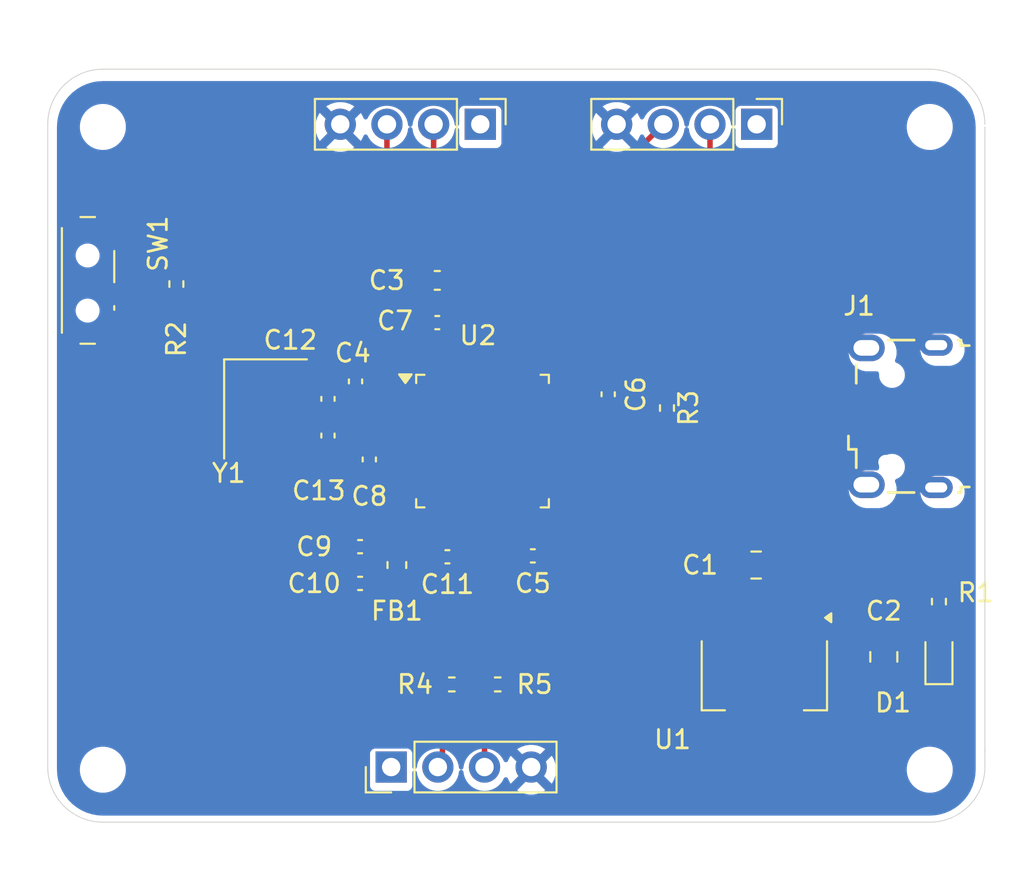
<source format=kicad_pcb>
(kicad_pcb (version 20241229) (generator "pcbnew") (generator_version "9.0")
  (layers (0 "F.Cu" signal) (2 "B.Cu" power) (13 "F.Paste" user) (15 "B.Paste" user) (5 "F.SilkS" user "F.Silkscreen") (7 "B.SilkS" user "B.Silkscreen") (1 "F.Mask" user) (3 "B.Mask" user) (25 "Edge.Cuts" user))
  (net 0 "")
  (net 1 "VBUS")
  (net 2 "GND")
  (net 3 "+3.3V")
  (net 4 "+3.3VA")
  (net 5 "/NRST")
  (net 6 "/HSE_IN")
  (net 7 "/HSE_OUT")
  (net 8 "/PWR_LED_K")
  (net 10 "/USB_D-")
  (net 15 "/USB_D+")
  (net 16 "/SWCLK")
  (net 17 "/SWDIO")
  (net 18 "/USART1_TX")
  (net 19 "/USART_RX")
  (net 20 "/I2CS_SCL")
  (net 21 "/I2CS_SDA")
  (net 22 "/BOOT0")
  (net 23 "/SW_BOOT0")
  (net 41 "unconnected-(U2-PA10-Pad31)")
  (footprint "Package_TO_SOT_SMD:SOT-223-3_TabPin2" (layer "F.Cu") (at 107 89.5 -90)
    (property "Reference" "U1" (at 3.5 5 0) (layer "F.SilkS"))
    (property "Value" "AMS1117-3.3")
    (fp_line (start -1.85 3.41) (end 1.91 3.41) (stroke (width 0.12)) (layer "F.SilkS"))
    (fp_line (start 1.91 3.41) (end 1.91 2.15) (stroke (width 0.12)) (layer "F.SilkS"))
    (fp_line (start -1.85 -3.41) (end 1.91 -3.41) (stroke (width 0.12)) (layer "F.SilkS"))
    (fp_line (start 1.91 -3.41) (end 1.91 -2.15) (stroke (width 0.12)) (layer "F.SilkS"))
    (fp_poly (pts (xy -3.13 -3.31) (xy -3.37 -3.64) (xy -2.89 -3.64) (xy -3.13 -3.31)) (stroke (width 0.12)) (fill yes) (layer "F.SilkS"))
    (pad "1" smd roundrect (at -3.15 -2.3 270) (size 2 1.5) (layers "F.Cu" "F.Mask" "F.Paste") (net 2 "GND"))
    (pad "2" smd roundrect (at -3.15 0 270) (size 2 1.5) (layers "F.Cu" "F.Mask" "F.Paste") (net 3 "+3.3V"))
    (pad "2" smd roundrect (at 3.15 0 270) (size 2 3.8) (layers "F.Cu" "F.Mask" "F.Paste") (net 3 "+3.3V"))
    (pad "3" smd roundrect (at -3.15 2.3 270) (size 2 1.5) (layers "F.Cu" "F.Mask" "F.Paste") (net 1 "VBUS"))
  )
  (footprint "Capacitor_SMD:C_0805_2012Metric" (layer "F.Cu") (at 106.55 83.5)
    (property "Reference" "C1" (at -3.05 0 0) (layer "F.SilkS"))
    (property "Value" "22u")
    (fp_line (start -0.261252 -0.735) (end 0.261252 -0.735) (stroke (width 0.12)) (layer "F.SilkS"))
    (fp_line (start -0.261252 0.735) (end 0.261252 0.735) (stroke (width 0.12)) (layer "F.SilkS"))
    (pad "1" smd roundrect (at -0.95 0) (size 1 1.45) (layers "F.Cu" "F.Mask" "F.Paste") (net 1 "VBUS"))
    (pad "2" smd roundrect (at 0.95 0) (size 1 1.45) (layers "F.Cu" "F.Mask" "F.Paste") (net 2 "GND"))
  )
  (footprint "MountingHole:MountingHole_2.1mm" (layer "F.Cu") (at 71 94.5)
    (property "Reference" "H1")
    (property "Value" "MountingHole")
    (pad "" np_thru_hole circle (at 0 0) (size 2.1 2.1) (drill 2.1) (layers "*.Cu" "*.Mask"))
  )
  (footprint "Capacitor_SMD:C_0402_1005Metric" (layer "F.Cu") (at 85.5 77.75 90)
    (property "Reference" "C8" (at -2 0 180) (layer "F.SilkS"))
    (property "Value" "10n")
    (fp_line (start -0.107836 -0.36) (end 0.107836 -0.36) (stroke (width 0.12)) (layer "F.SilkS"))
    (fp_line (start -0.107836 0.36) (end 0.107836 0.36) (stroke (width 0.12)) (layer "F.SilkS"))
    (pad "1" smd roundrect (at -0.48 0 90) (size 0.56 0.62) (layers "F.Cu" "F.Mask" "F.Paste") (net 4 "+3.3VA"))
    (pad "2" smd roundrect (at 0.48 0 90) (size 0.56 0.62) (layers "F.Cu" "F.Mask" "F.Paste") (net 2 "GND"))
  )
  (footprint "Capacitor_SMD:C_0402_1005Metric" (layer "F.Cu") (at 98.5 74.2 -90)
    (property "Reference" "C6" (at 0.005 -1.5 90) (layer "F.SilkS"))
    (property "Value" "100n")
    (fp_line (start -0.107836 0.36) (end 0.107836 0.36) (stroke (width 0.12)) (layer "F.SilkS"))
    (fp_line (start -0.107836 -0.36) (end 0.107836 -0.36) (stroke (width 0.12)) (layer "F.SilkS"))
    (pad "1" smd roundrect (at -0.48 0 270) (size 0.56 0.62) (layers "F.Cu" "F.Mask" "F.Paste") (net 3 "+3.3V"))
    (pad "2" smd roundrect (at 0.48 0 270) (size 0.56 0.62) (layers "F.Cu" "F.Mask" "F.Paste") (net 2 "GND"))
  )
  (footprint "MountingHole:MountingHole_2.1mm" (layer "F.Cu") (at 116 59.5)
    (property "Reference" "H4")
    (property "Value" "MountingHole")
    (pad "" np_thru_hole circle (at 0 0) (size 2.1 2.1) (drill 2.1) (layers "*.Cu" "*.Mask"))
  )
  (footprint "Connector_PinHeader_2.54mm:PinHeader_1x04_P2.54mm_Vertical" (layer "F.Cu") (at 91.54 59.5 -90)
    (property "Reference" "J3")
    (property "Value" "Conn_01x04_Male")
    (fp_line (start -1.38 9) (end 1.38 9) (stroke (width 0.12)) (layer "F.SilkS"))
    (fp_line (start -1.38 1.27) (end -1.38 9) (stroke (width 0.12)) (layer "F.SilkS"))
    (fp_line (start -1.38 1.27) (end 1.38 1.27) (stroke (width 0.12)) (layer "F.SilkS"))
    (fp_line (start 1.38 1.27) (end 1.38 9) (stroke (width 0.12)) (layer "F.SilkS"))
    (fp_line (start -1.38 0) (end -1.38 -1.38) (stroke (width 0.12)) (layer "F.SilkS"))
    (fp_line (start -1.38 -1.38) (end 0 -1.38) (stroke (width 0.12)) (layer "F.SilkS"))
    (pad "1" thru_hole rect (at 0 0 270) (size 1.7 1.7) (drill 1) (layers "*.Cu" "*.Mask") (net 3 "+3.3V"))
    (pad "2" thru_hole circle (at 0 2.54 270) (size 1.7 1.7) (drill 1) (layers "*.Cu" "*.Mask") (net 18 "/USART1_TX"))
    (pad "3" thru_hole circle (at 0 5.08 270) (size 1.7 1.7) (drill 1) (layers "*.Cu" "*.Mask") (net 19 "/USART_RX"))
    (pad "4" thru_hole circle (at 0 7.62 270) (size 1.7 1.7) (drill 1) (layers "*.Cu" "*.Mask") (net 2 "GND"))
  )
  (footprint "Resistor_SMD:R_0402_1005Metric" (layer "F.Cu") (at 92.49 90 180)
    (property "Reference" "R5" (at -2 0 0) (layer "F.SilkS"))
    (property "Value" "1k5")
    (fp_line (start -0.153641 0.38) (end 0.153641 0.38) (stroke (width 0.12)) (layer "F.SilkS"))
    (fp_line (start -0.153641 -0.38) (end 0.153641 -0.38) (stroke (width 0.12)) (layer "F.SilkS"))
    (pad "1" smd roundrect (at -0.51 0 180) (size 0.54 0.64) (layers "F.Cu" "F.Mask" "F.Paste") (net 3 "+3.3V"))
    (pad "2" smd roundrect (at 0.51 0 180) (size 0.54 0.64) (layers "F.Cu" "F.Mask" "F.Paste") (net 21 "/I2CS_SDA"))
  )
  (footprint "Capacitor_SMD:C_0402_1005Metric" (layer "F.Cu") (at 85 84.5 180)
    (property "Reference" "C10" (at 2.5 0 0) (layer "F.SilkS"))
    (property "Value" "1u")
    (fp_line (start -0.107836 0.36) (end 0.107836 0.36) (stroke (width 0.12)) (layer "F.SilkS"))
    (fp_line (start -0.107836 -0.36) (end 0.107836 -0.36) (stroke (width 0.12)) (layer "F.SilkS"))
    (pad "1" smd roundrect (at -0.48 0 180) (size 0.56 0.62) (layers "F.Cu" "F.Mask" "F.Paste") (net 3 "+3.3V"))
    (pad "2" smd roundrect (at 0.48 0 180) (size 0.56 0.62) (layers "F.Cu" "F.Mask" "F.Paste") (net 2 "GND"))
  )
  (footprint "Capacitor_SMD:C_0402_1005Metric" (layer "F.Cu") (at 85 82.5 180)
    (property "Reference" "C9" (at 2.5 0 0) (layer "F.SilkS"))
    (property "Value" "1u")
    (fp_line (start -0.107836 0.36) (end 0.107836 0.36) (stroke (width 0.12)) (layer "F.SilkS"))
    (fp_line (start -0.107836 -0.36) (end 0.107836 -0.36) (stroke (width 0.12)) (layer "F.SilkS"))
    (pad "1" smd roundrect (at -0.48 0 180) (size 0.56 0.62) (layers "F.Cu" "F.Mask" "F.Paste") (net 4 "+3.3VA"))
    (pad "2" smd roundrect (at 0.48 0 180) (size 0.56 0.62) (layers "F.Cu" "F.Mask" "F.Paste") (net 2 "GND"))
  )
  (footprint "Capacitor_SMD:C_0805_2012Metric" (layer "F.Cu") (at 113.5 88.5 90)
    (property "Reference" "C2" (at 2.5 0 180) (layer "F.SilkS"))
    (property "Value" "22u")
    (fp_line (start -0.261252 -0.735) (end 0.261252 -0.735) (stroke (width 0.12)) (layer "F.SilkS"))
    (fp_line (start -0.261252 0.735) (end 0.261252 0.735) (stroke (width 0.12)) (layer "F.SilkS"))
    (pad "1" smd roundrect (at -0.95 0 90) (size 1 1.45) (layers "F.Cu" "F.Mask" "F.Paste") (net 3 "+3.3V"))
    (pad "2" smd roundrect (at 0.95 0 90) (size 1 1.45) (layers "F.Cu" "F.Mask" "F.Paste") (net 2 "GND"))
  )
  (footprint "Capacitor_SMD:C_0603_1608Metric" (layer "F.Cu") (at 89.2 68)
    (property "Reference" "C3" (at -2.75 0 0) (layer "F.SilkS"))
    (property "Value" "10u")
    (fp_line (start -0.14058 -0.51) (end 0.14058 -0.51) (stroke (width 0.12)) (layer "F.SilkS"))
    (fp_line (start -0.14058 0.51) (end 0.14058 0.51) (stroke (width 0.12)) (layer "F.SilkS"))
    (pad "1" smd roundrect (at -0.775 0) (size 0.9 0.95) (layers "F.Cu" "F.Mask" "F.Paste") (net 3 "+3.3V"))
    (pad "2" smd roundrect (at 0.775 0) (size 0.9 0.95) (layers "F.Cu" "F.Mask" "F.Paste") (net 2 "GND"))
  )
  (footprint "Connector_USB:USB_Micro-B_Wuerth_629105150521" (layer "F.Cu") (at 114.4 75.4 90)
    (property "Reference" "J1" (at 6.005 -2.245 180) (layer "F.SilkS"))
    (property "Value" "USB_B_Micro")
    (fp_line (start -1.075 -2.825) (end -1.8 -2.825) (stroke (width 0.15)) (layer "F.SilkS"))
    (fp_line (start -1.8 -2.825) (end -1.8 -2.4) (stroke (width 0.15)) (layer "F.SilkS"))
    (fp_line (start 1.8 -2.4) (end 2.8 -2.4) (stroke (width 0.15)) (layer "F.SilkS"))
    (fp_line (start -1.8 -2.4) (end -2.8 -2.4) (stroke (width 0.15)) (layer "F.SilkS"))
    (fp_line (start -4.15 -0.65) (end -4.15 0.75) (stroke (width 0.15)) (layer "F.SilkS"))
    (fp_line (start 4.15 0.75) (end 4.15 -0.65) (stroke (width 0.15)) (layer "F.SilkS"))
    (fp_line (start -4.15 3.15) (end -4.15 3.3) (stroke (width 0.15)) (layer "F.SilkS"))
    (fp_line (start 4.15 3.3) (end 4.15 3.15) (stroke (width 0.15)) (layer "F.SilkS"))
    (fp_line (start 3.85 3.3) (end 4.15 3.3) (stroke (width 0.15)) (layer "F.SilkS"))
    (fp_line (start -3.85 3.3) (end -3.85 3.75) (stroke (width 0.15)) (layer "F.SilkS"))
    (fp_line (start -4.15 3.3) (end -3.85 3.3) (stroke (width 0.15)) (layer "F.SilkS"))
    (fp_line (start 3.85 3.75) (end 3.85 3.3) (stroke (width 0.15)) (layer "F.SilkS"))
    (pad "" np_thru_hole oval (at -2.5 -0.8 90) (size 0.8 0.8) (drill 0.8) (layers "*.Cu" "*.Mask"))
    (pad "" np_thru_hole oval (at 2.5 -0.8 90) (size 0.8 0.8) (drill 0.8) (layers "*.Cu" "*.Mask"))
    (pad "1" smd rect (at -1.3 -1.9 90) (size 0.45 1.3) (layers "F.Cu" "F.Mask" "F.Paste") (net 1 "VBUS"))
    (pad "2" smd rect (at -0.65 -1.9 90) (size 0.45 1.3) (layers "F.Cu" "F.Mask" "F.Paste") (net 10 "/USB_D-"))
    (pad "3" smd rect (at 0 -1.9 90) (size 0.45 1.3) (layers "F.Cu" "F.Mask" "F.Paste") (net 15 "/USB_D+"))
    (pad "4" smd rect (at 0.65 -1.9 90) (size 0.45 1.3) (layers "F.Cu" "F.Mask" "F.Paste"))
    (pad "5" smd rect (at 1.3 -1.9 90) (size 0.45 1.3) (layers "F.Cu" "F.Mask" "F.Paste") (net 2 "GND"))
    (pad "6" thru_hole oval (at -3.875 1.95 90) (size 1.15 1.8) (drill oval 0.55 1.2) (property pad_prop_heatsink) (layers "*.Cu" "*.Mask"))
    (pad "6" thru_hole oval (at -3.725 -1.85 90) (size 1.45 2) (drill oval 0.85 1.4) (property pad_prop_heatsink) (layers "*.Cu" "*.Mask"))
    (pad "6" thru_hole oval (at 3.725 -1.85 90) (size 1.45 2) (drill oval 0.85 1.4) (property pad_prop_heatsink) (layers "*.Cu" "*.Mask"))
    (pad "6" thru_hole oval (at 3.875 1.95 90) (size 1.15 1.8) (drill oval 0.55 1.2) (property pad_prop_heatsink) (layers "*.Cu" "*.Mask"))
  )
  (footprint "Resistor_SMD:R_0402_1005Metric" (layer "F.Cu") (at 116.5 85.49 90)
    (property "Reference" "R1" (at 0.49 2 180) (layer "F.SilkS"))
    (property "Value" "1k5")
    (fp_line (start -0.153641 -0.38) (end 0.153641 -0.38) (stroke (width 0.12)) (layer "F.SilkS"))
    (fp_line (start -0.153641 0.38) (end 0.153641 0.38) (stroke (width 0.12)) (layer "F.SilkS"))
    (pad "1" smd roundrect (at -0.51 0 90) (size 0.54 0.64) (layers "F.Cu" "F.Mask" "F.Paste") (net 8 "/PWR_LED_K"))
    (pad "2" smd roundrect (at 0.51 0 90) (size 0.54 0.64) (layers "F.Cu" "F.Mask" "F.Paste") (net 2 "GND"))
  )
  (footprint "Resistor_SMD:R_0402_1005Metric" (layer "F.Cu") (at 89.99 90 180)
    (property "Reference" "R4" (at 2 0 0) (layer "F.SilkS"))
    (property "Value" "1k5")
    (fp_line (start -0.153641 0.38) (end 0.153641 0.38) (stroke (width 0.12)) (layer "F.SilkS"))
    (fp_line (start -0.153641 -0.38) (end 0.153641 -0.38) (stroke (width 0.12)) (layer "F.SilkS"))
    (pad "1" smd roundrect (at -0.51 0 180) (size 0.54 0.64) (layers "F.Cu" "F.Mask" "F.Paste") (net 3 "+3.3V"))
    (pad "2" smd roundrect (at 0.51 0 180) (size 0.54 0.64) (layers "F.Cu" "F.Mask" "F.Paste") (net 20 "/I2CS_SCL"))
  )
  (footprint "Connector_PinHeader_2.54mm:PinHeader_1x04_P2.54mm_Vertical" (layer "F.Cu") (at 106.58 59.5 -90)
    (property "Reference" "J2")
    (property "Value" "Conn_01x04_Male")
    (fp_line (start -1.38 9) (end 1.38 9) (stroke (width 0.12)) (layer "F.SilkS"))
    (fp_line (start -1.38 1.27) (end -1.38 9) (stroke (width 0.12)) (layer "F.SilkS"))
    (fp_line (start -1.38 1.27) (end 1.38 1.27) (stroke (width 0.12)) (layer "F.SilkS"))
    (fp_line (start 1.38 1.27) (end 1.38 9) (stroke (width 0.12)) (layer "F.SilkS"))
    (fp_line (start -1.38 0) (end -1.38 -1.38) (stroke (width 0.12)) (layer "F.SilkS"))
    (fp_line (start -1.38 -1.38) (end 0 -1.38) (stroke (width 0.12)) (layer "F.SilkS"))
    (pad "1" thru_hole rect (at 0 0 270) (size 1.7 1.7) (drill 1) (layers "*.Cu" "*.Mask") (net 3 "+3.3V"))
    (pad "2" thru_hole circle (at 0 2.54 270) (size 1.7 1.7) (drill 1) (layers "*.Cu" "*.Mask") (net 17 "/SWDIO"))
    (pad "3" thru_hole circle (at 0 5.08 270) (size 1.7 1.7) (drill 1) (layers "*.Cu" "*.Mask") (net 16 "/SWCLK"))
    (pad "4" thru_hole circle (at 0 7.62 270) (size 1.7 1.7) (drill 1) (layers "*.Cu" "*.Mask") (net 2 "GND"))
  )
  (footprint "Package_QFP:LQFP-48_7x7mm_P0.5mm" (layer "F.Cu") (at 91.6625 76.75)
    (property "Reference" "U2" (at -0.25 -5.746 0) (layer "F.SilkS"))
    (property "Value" "STM32F103C8T6")
    (fp_line (start -3.61 -3.61) (end -3.61 -3.16) (stroke (width 0.12)) (layer "F.SilkS"))
    (fp_line (start -3.61 3.61) (end -3.61 3.16) (stroke (width 0.12)) (layer "F.SilkS"))
    (fp_line (start -3.16 -3.61) (end -3.61 -3.61) (stroke (width 0.12)) (layer "F.SilkS"))
    (fp_line (start -3.16 3.61) (end -3.61 3.61) (stroke (width 0.12)) (layer "F.SilkS"))
    (fp_line (start 3.16 -3.61) (end 3.61 -3.61) (stroke (width 0.12)) (layer "F.SilkS"))
    (fp_line (start 3.16 3.61) (end 3.61 3.61) (stroke (width 0.12)) (layer "F.SilkS"))
    (fp_line (start 3.61 -3.61) (end 3.61 -3.16) (stroke (width 0.12)) (layer "F.SilkS"))
    (fp_line (start 3.61 3.61) (end 3.61 3.16) (stroke (width 0.12)) (layer "F.SilkS"))
    (fp_poly (pts (xy -4.2 -3.16) (xy -4.54 -3.63) (xy -3.86 -3.63)) (stroke (width 0.12)) (fill yes) (layer "F.SilkS"))
    (pad "1" smd roundrect (at -4.1625 -2.75) (size 1.475 0.3) (layers "F.Cu" "F.Mask" "F.Paste") (net 3 "+3.3V"))
    (pad "2" smd roundrect (at -4.1625 -2.25) (size 1.475 0.3) (layers "F.Cu" "F.Mask" "F.Paste"))
    (pad "3" smd roundrect (at -4.1625 -1.75) (size 1.475 0.3) (layers "F.Cu" "F.Mask" "F.Paste"))
    (pad "4" smd roundrect (at -4.1625 -1.25) (size 1.475 0.3) (layers "F.Cu" "F.Mask" "F.Paste"))
    (pad "5" smd roundrect (at -4.1625 -0.75) (size 1.475 0.3) (layers "F.Cu" "F.Mask" "F.Paste") (net 6 "/HSE_IN"))
    (pad "6" smd roundrect (at -4.1625 -0.25) (size 1.475 0.3) (layers "F.Cu" "F.Mask" "F.Paste") (net 7 "/HSE_OUT"))
    (pad "7" smd roundrect (at -4.1625 0.25) (size 1.475 0.3) (layers "F.Cu" "F.Mask" "F.Paste") (net 5 "/NRST"))
    (pad "8" smd roundrect (at -4.1625 0.75) (size 1.475 0.3) (layers "F.Cu" "F.Mask" "F.Paste") (net 2 "GND"))
    (pad "9" smd roundrect (at -4.1625 1.25) (size 1.475 0.3) (layers "F.Cu" "F.Mask" "F.Paste") (net 4 "+3.3VA"))
    (pad "10" smd roundrect (at -4.1625 1.75) (size 1.475 0.3) (layers "F.Cu" "F.Mask" "F.Paste"))
    (pad "11" smd roundrect (at -4.1625 2.25) (size 1.475 0.3) (layers "F.Cu" "F.Mask" "F.Paste"))
    (pad "12" smd roundrect (at -4.1625 2.75) (size 1.475 0.3) (layers "F.Cu" "F.Mask" "F.Paste"))
    (pad "13" smd roundrect (at -2.75 4.1625) (size 0.3 1.475) (layers "F.Cu" "F.Mask" "F.Paste"))
    (pad "14" smd roundrect (at -2.25 4.1625) (size 0.3 1.475) (layers "F.Cu" "F.Mask" "F.Paste"))
    (pad "15" smd roundrect (at -1.75 4.1625) (size 0.3 1.475) (layers "F.Cu" "F.Mask" "F.Paste"))
    (pad "16" smd roundrect (at -1.25 4.1625) (size 0.3 1.475) (layers "F.Cu" "F.Mask" "F.Paste"))
    (pad "17" smd roundrect (at -0.75 4.1625) (size 0.3 1.475) (layers "F.Cu" "F.Mask" "F.Paste"))
    (pad "18" smd roundrect (at -0.25 4.1625) (size 0.3 1.475) (layers "F.Cu" "F.Mask" "F.Paste"))
    (pad "19" smd roundrect (at 0.25 4.1625) (size 0.3 1.475) (layers "F.Cu" "F.Mask" "F.Paste"))
    (pad "20" smd roundrect (at 0.75 4.1625) (size 0.3 1.475) (layers "F.Cu" "F.Mask" "F.Paste"))
    (pad "21" smd roundrect (at 1.25 4.1625) (size 0.3 1.475) (layers "F.Cu" "F.Mask" "F.Paste") (net 20 "/I2CS_SCL"))
    (pad "22" smd roundrect (at 1.75 4.1625) (size 0.3 1.475) (layers "F.Cu" "F.Mask" "F.Paste") (net 21 "/I2CS_SDA"))
    (pad "23" smd roundrect (at 2.25 4.1625) (size 0.3 1.475) (layers "F.Cu" "F.Mask" "F.Paste") (net 2 "GND"))
    (pad "24" smd roundrect (at 2.75 4.1625) (size 0.3 1.475) (layers "F.Cu" "F.Mask" "F.Paste") (net 3 "+3.3V"))
    (pad "25" smd roundrect (at 4.1625 2.75) (size 1.475 0.3) (layers "F.Cu" "F.Mask" "F.Paste"))
    (pad "26" smd roundrect (at 4.1625 2.25) (size 1.475 0.3) (layers "F.Cu" "F.Mask" "F.Paste"))
    (pad "27" smd roundrect (at 4.1625 1.75) (size 1.475 0.3) (layers "F.Cu" "F.Mask" "F.Paste"))
    (pad "28" smd roundrect (at 4.1625 1.25) (size 1.475 0.3) (layers "F.Cu" "F.Mask" "F.Paste"))
    (pad "29" smd roundrect (at 4.1625 0.75) (size 1.475 0.3) (layers "F.Cu" "F.Mask" "F.Paste"))
    (pad "30" smd roundrect (at 4.1625 0.25) (size 1.475 0.3) (layers "F.Cu" "F.Mask" "F.Paste"))
    (pad "31" smd roundrect (at 4.1625 -0.25) (size 1.475 0.3) (layers "F.Cu" "F.Mask" "F.Paste") (net 41 "unconnected-(U2-PA10-Pad31)"))
    (pad "32" smd roundrect (at 4.1625 -0.75) (size 1.475 0.3) (layers "F.Cu" "F.Mask" "F.Paste") (net 10 "/USB_D-"))
    (pad "33" smd roundrect (at 4.1625 -1.25) (size 1.475 0.3) (layers "F.Cu" "F.Mask" "F.Paste") (net 15 "/USB_D+"))
    (pad "34" smd roundrect (at 4.1625 -1.75) (size 1.475 0.3) (layers "F.Cu" "F.Mask" "F.Paste") (net 17 "/SWDIO"))
    (pad "35" smd roundrect (at 4.1625 -2.25) (size 1.475 0.3) (layers "F.Cu" "F.Mask" "F.Paste") (net 2 "GND"))
    (pad "36" smd roundrect (at 4.1625 -2.75) (size 1.475 0.3) (layers "F.Cu" "F.Mask" "F.Paste") (net 3 "+3.3V"))
    (pad "37" smd roundrect (at 2.75 -4.1625) (size 0.3 1.475) (layers "F.Cu" "F.Mask" "F.Paste") (net 16 "/SWCLK"))
    (pad "38" smd roundrect (at 2.25 -4.1625) (size 0.3 1.475) (layers "F.Cu" "F.Mask" "F.Paste"))
    (pad "39" smd roundrect (at 1.75 -4.1625) (size 0.3 1.475) (layers "F.Cu" "F.Mask" "F.Paste"))
    (pad "40" smd roundrect (at 1.25 -4.1625) (size 0.3 1.475) (layers "F.Cu" "F.Mask" "F.Paste"))
    (pad "41" smd roundrect (at 0.75 -4.1625) (size 0.3 1.475) (layers "F.Cu" "F.Mask" "F.Paste"))
    (pad "42" smd roundrect (at 0.25 -4.1625) (size 0.3 1.475) (layers "F.Cu" "F.Mask" "F.Paste") (net 18 "/USART1_TX"))
    (pad "43" smd roundrect (at -0.25 -4.1625) (size 0.3 1.475) (layers "F.Cu" "F.Mask" "F.Paste") (net 19 "/USART_RX"))
    (pad "44" smd roundrect (at -0.75 -4.1625) (size 0.3 1.475) (layers "F.Cu" "F.Mask" "F.Paste") (net 22 "/BOOT0"))
    (pad "45" smd roundrect (at -1.25 -4.1625) (size 0.3 1.475) (layers "F.Cu" "F.Mask" "F.Paste"))
    (pad "46" smd roundrect (at -1.75 -4.1625) (size 0.3 1.475) (layers "F.Cu" "F.Mask" "F.Paste"))
    (pad "47" smd roundrect (at -2.25 -4.1625) (size 0.3 1.475) (layers "F.Cu" "F.Mask" "F.Paste") (net 2 "GND"))
    (pad "48" smd roundrect (at -2.75 -4.1625) (size 0.3 1.475) (layers "F.Cu" "F.Mask" "F.Paste") (net 3 "+3.3V"))
  )
  (footprint "MountingHole:MountingHole_2.1mm" (layer "F.Cu") (at 71 59.5)
    (property "Reference" "H3")
    (property "Value" "MountingHole")
    (pad "" np_thru_hole circle (at 0 0) (size 2.1 2.1) (drill 2.1) (layers "*.Cu" "*.Mask"))
  )
  (footprint "MountingHole:MountingHole_2.1mm" (layer "F.Cu") (at 116 94.5)
    (property "Reference" "H2")
    (property "Value" "MountingHole")
    (pad "" np_thru_hole circle (at 0 0) (size 2.1 2.1) (drill 2.1) (layers "*.Cu" "*.Mask"))
  )
  (footprint "Button_Switch_SMD:SW_SPDT_PCM12" (layer "F.Cu") (at 70.5 68 -90)
    (property "Reference" "SW1" (at -2 -3.5 90) (layer "F.SilkS"))
    (property "Value" "SW_SPDT")
    (fp_line (start -2.85 1.73) (end 2.85 1.73) (stroke (width 0.12)) (layer "F.SilkS"))
    (fp_line (start 3.45 0.72) (end 3.45 -0.07) (stroke (width 0.12)) (layer "F.SilkS"))
    (fp_line (start -3.45 -0.07) (end -3.45 0.72) (stroke (width 0.12)) (layer "F.SilkS"))
    (fp_line (start -1.6 -1.12) (end 0.1 -1.12) (stroke (width 0.12)) (layer "F.SilkS"))
    (fp_line (start 1.4 -1.12) (end 1.6 -1.12) (stroke (width 0.12)) (layer "F.SilkS"))
    (pad "" smd rect (at -3.65 -0.78 270) (size 1 0.8) (layers "F.Cu" "F.Mask" "F.Paste"))
    (pad "" smd rect (at -3.65 1.43 270) (size 1 0.8) (layers "F.Cu" "F.Mask" "F.Paste"))
    (pad "" np_thru_hole circle (at -1.5 0.33 270) (size 0.9 0.9) (drill 0.9) (layers "*.Cu" "*.Mask"))
    (pad "" np_thru_hole circle (at 1.5 0.33 270) (size 0.9 0.9) (drill 0.9) (layers "*.Cu" "*.Mask"))
    (pad "" smd rect (at 3.65 -0.78 270) (size 1 0.8) (layers "F.Cu" "F.Mask" "F.Paste"))
    (pad "" smd rect (at 3.65 1.43 270) (size 1 0.8) (layers "F.Cu" "F.Mask" "F.Paste"))
    (pad "1" smd rect (at -2.25 -1.43 270) (size 0.7 1.5) (layers "F.Cu" "F.Mask" "F.Paste") (net 3 "+3.3V"))
    (pad "2" smd rect (at 0.75 -1.43 270) (size 0.7 1.5) (layers "F.Cu" "F.Mask" "F.Paste") (net 23 "/SW_BOOT0"))
    (pad "3" smd rect (at 2.25 -1.43 270) (size 0.7 1.5) (layers "F.Cu" "F.Mask" "F.Paste") (net 2 "GND"))
  )
  (footprint "Capacitor_SMD:C_0402_1005Metric" (layer "F.Cu") (at 83.25 76.45 90)
    (property "Reference" "C13" (at -3 -0.5 180) (layer "F.SilkS"))
    (property "Value" "10p")
    (fp_line (start -0.107836 -0.36) (end 0.107836 -0.36) (stroke (width 0.12)) (layer "F.SilkS"))
    (fp_line (start -0.107836 0.36) (end 0.107836 0.36) (stroke (width 0.12)) (layer "F.SilkS"))
    (pad "1" smd roundrect (at -0.48 0 90) (size 0.56 0.62) (layers "F.Cu" "F.Mask" "F.Paste") (net 7 "/HSE_OUT"))
    (pad "2" smd roundrect (at 0.48 0 90) (size 0.56 0.62) (layers "F.Cu" "F.Mask" "F.Paste") (net 2 "GND"))
  )
  (footprint "Connector_PinHeader_2.54mm:PinHeader_1x04_P2.54mm_Vertical" (layer "F.Cu") (at 86.69 94.5 90)
    (property "Reference" "J4")
    (property "Value" "Conn_01x04_Male")
    (fp_line (start -1.38 -1.38) (end 0 -1.38) (stroke (width 0.12)) (layer "F.SilkS"))
    (fp_line (start -1.38 0) (end -1.38 -1.38) (stroke (width 0.12)) (layer "F.SilkS"))
    (fp_line (start 1.38 1.27) (end 1.38 9) (stroke (width 0.12)) (layer "F.SilkS"))
    (fp_line (start -1.38 1.27) (end 1.38 1.27) (stroke (width 0.12)) (layer "F.SilkS"))
    (fp_line (start -1.38 1.27) (end -1.38 9) (stroke (width 0.12)) (layer "F.SilkS"))
    (fp_line (start -1.38 9) (end 1.38 9) (stroke (width 0.12)) (layer "F.SilkS"))
    (pad "1" thru_hole rect (at 0 0 90) (size 1.7 1.7) (drill 1) (layers "*.Cu" "*.Mask") (net 3 "+3.3V"))
    (pad "2" thru_hole circle (at 0 2.54 90) (size 1.7 1.7) (drill 1) (layers "*.Cu" "*.Mask") (net 20 "/I2CS_SCL"))
    (pad "3" thru_hole circle (at 0 5.08 90) (size 1.7 1.7) (drill 1) (layers "*.Cu" "*.Mask") (net 21 "/I2CS_SDA"))
    (pad "4" thru_hole circle (at 0 7.62 90) (size 1.7 1.7) (drill 1) (layers "*.Cu" "*.Mask") (net 2 "GND"))
  )
  (footprint "Crystal:Crystal_SMD_3225-4Pin_3.2x2.5mm_HandSoldering" (layer "F.Cu") (at 79.85 75 -90)
    (property "Reference" "Y1" (at 3.5 2 180) (layer "F.SilkS"))
    (property "Value" "16MHz")
    (fp_line (start -2.7 2.25) (end 2.7 2.25) (stroke (width 0.12)) (layer "F.SilkS"))
    (fp_line (start -2.7 -2.25) (end -2.7 2.25) (stroke (width 0.12)) (layer "F.SilkS"))
    (pad "1" smd rect (at -1.45 1.15 270) (size 2.1 1.8) (layers "F.Cu" "F.Mask" "F.Paste") (net 6 "/HSE_IN"))
    (pad "2" smd rect (at 1.45 1.15 270) (size 2.1 1.8) (layers "F.Cu" "F.Mask" "F.Paste") (net 2 "GND"))
    (pad "3" smd rect (at 1.45 -1.15 270) (size 2.1 1.8) (layers "F.Cu" "F.Mask" "F.Paste") (net 7 "/HSE_OUT"))
    (pad "4" smd rect (at -1.45 -1.15 270) (size 2.1 1.8) (layers "F.Cu" "F.Mask" "F.Paste") (net 2 "GND"))
  )
  (footprint "Capacitor_SMD:C_0402_1005Metric" (layer "F.Cu") (at 83.25 74.45 90)
    (property "Reference" "C12" (at 3.2 -2.05 180) (layer "F.SilkS"))
    (property "Value" "10p")
    (fp_line (start -0.107836 -0.36) (end 0.107836 -0.36) (stroke (width 0.12)) (layer "F.SilkS"))
    (fp_line (start -0.107836 0.36) (end 0.107836 0.36) (stroke (width 0.12)) (layer "F.SilkS"))
    (pad "1" smd roundrect (at -0.48 0 90) (size 0.56 0.62) (layers "F.Cu" "F.Mask" "F.Paste") (net 6 "/HSE_IN"))
    (pad "2" smd roundrect (at 0.48 0 90) (size 0.56 0.62) (layers "F.Cu" "F.Mask" "F.Paste") (net 2 "GND"))
  )
  (footprint "Capacitor_SMD:C_0402_1005Metric" (layer "F.Cu") (at 89.75 83.05)
    (property "Reference" "C11" (at 0 1.5 0) (layer "F.SilkS"))
    (property "Value" "100n")
    (fp_line (start -0.107836 -0.36) (end 0.107836 -0.36) (stroke (width 0.12)) (layer "F.SilkS"))
    (fp_line (start -0.107836 0.36) (end 0.107836 0.36) (stroke (width 0.12)) (layer "F.SilkS"))
    (pad "1" smd roundrect (at -0.48 0) (size 0.56 0.62) (layers "F.Cu" "F.Mask" "F.Paste") (net 5 "/NRST"))
    (pad "2" smd roundrect (at 0.48 0) (size 0.56 0.62) (layers "F.Cu" "F.Mask" "F.Paste") (net 2 "GND"))
  )
  (footprint "Capacitor_SMD:C_0402_1005Metric" (layer "F.Cu") (at 84.75 73.5 90)
    (property "Reference" "C4" (at 1.55 -0.15 180) (layer "F.SilkS"))
    (property "Value" "100n")
    (fp_line (start -0.107836 -0.36) (end 0.107836 -0.36) (stroke (width 0.12)) (layer "F.SilkS"))
    (fp_line (start -0.107836 0.36) (end 0.107836 0.36) (stroke (width 0.12)) (layer "F.SilkS"))
    (pad "1" smd roundrect (at -0.48 0 90) (size 0.56 0.62) (layers "F.Cu" "F.Mask" "F.Paste") (net 3 "+3.3V"))
    (pad "2" smd roundrect (at 0.48 0 90) (size 0.56 0.62) (layers "F.Cu" "F.Mask" "F.Paste") (net 2 "GND"))
  )
  (footprint "Resistor_SMD:R_0402_1005Metric" (layer "F.Cu") (at 75 68.2 90)
    (property "Reference" "R2" (at -3 0 90) (layer "F.SilkS"))
    (property "Value" "10k")
    (fp_line (start -0.153641 -0.38) (end 0.153641 -0.38) (stroke (width 0.12)) (layer "F.SilkS"))
    (fp_line (start -0.153641 0.38) (end 0.153641 0.38) (stroke (width 0.12)) (layer "F.SilkS"))
    (pad "1" smd roundrect (at -0.51 0 90) (size 0.54 0.64) (layers "F.Cu" "F.Mask" "F.Paste") (net 23 "/SW_BOOT0"))
    (pad "2" smd roundrect (at 0.51 0 90) (size 0.54 0.64) (layers "F.Cu" "F.Mask" "F.Paste") (net 22 "/BOOT0"))
  )
  (footprint "Resistor_SMD:R_0402_1005Metric" (layer "F.Cu") (at 101.7 74.95 -90)
    (property "Reference" "R3" (at 0 -1.17 90) (layer "F.SilkS"))
    (property "Value" "1k5")
    (fp_line (start -0.153641 0.38) (end 0.153641 0.38) (stroke (width 0.12)) (layer "F.SilkS"))
    (fp_line (start -0.153641 -0.38) (end 0.153641 -0.38) (stroke (width 0.12)) (layer "F.SilkS"))
    (pad "1" smd roundrect (at -0.51 0 270) (size 0.54 0.64) (layers "F.Cu" "F.Mask" "F.Paste") (net 3 "+3.3V"))
    (pad "2" smd roundrect (at 0.51 0 270) (size 0.54 0.64) (layers "F.Cu" "F.Mask" "F.Paste") (net 15 "/USB_D+"))
  )
  (footprint "Capacitor_SMD:C_0402_1005Metric" (layer "F.Cu") (at 89.2 70.3)
    (property "Reference" "C7" (at -2.3 -0.1 0) (layer "F.SilkS"))
    (property "Value" "100n")
    (fp_line (start -0.107836 -0.36) (end 0.107836 -0.36) (stroke (width 0.12)) (layer "F.SilkS"))
    (fp_line (start -0.107836 0.36) (end 0.107836 0.36) (stroke (width 0.12)) (layer "F.SilkS"))
    (pad "1" smd roundrect (at -0.48 0) (size 0.56 0.62) (layers "F.Cu" "F.Mask" "F.Paste") (net 3 "+3.3V"))
    (pad "2" smd roundrect (at 0.48 0) (size 0.56 0.62) (layers "F.Cu" "F.Mask" "F.Paste") (net 2 "GND"))
  )
  (footprint "LED_SMD:LED_0603_1608Metric" (layer "F.Cu") (at 116.5 88.5 90)
    (property "Reference" "D1" (at -2.5 -2.5 180) (layer "F.SilkS"))
    (property "Value" "RED")
    (fp_line (start 0.8 -0.735) (end -1.485 -0.735) (stroke (width 0.12)) (layer "F.SilkS"))
    (fp_line (start -1.485 -0.735) (end -1.485 0.735) (stroke (width 0.12)) (layer "F.SilkS"))
    (fp_line (start -1.485 0.735) (end 0.8 0.735) (stroke (width 0.12)) (layer "F.SilkS"))
    (pad "1" smd roundrect (at -0.7875 0 90) (size 0.875 0.95) (layers "F.Cu" "F.Mask" "F.Paste") (net 8 "/PWR_LED_K"))
    (pad "2" smd roundrect (at 0.7875 0 90) (size 0.875 0.95) (layers "F.Cu" "F.Mask" "F.Paste") (net 3 "+3.3V"))
  )
  (footprint "Inductor_SMD:L_0603_1608Metric" (layer "F.Cu") (at 87 83.5 -90)
    (property "Reference" "FB1" (at 2.5 0 180) (layer "F.SilkS"))
    (property "Value" "120R")
    (fp_line (start -0.162779 0.51) (end 0.162779 0.51) (stroke (width 0.12)) (layer "F.SilkS"))
    (fp_line (start -0.162779 -0.51) (end 0.162779 -0.51) (stroke (width 0.12)) (layer "F.SilkS"))
    (pad "1" smd roundrect (at -0.7875 0 270) (size 0.875 0.95) (layers "F.Cu" "F.Mask" "F.Paste") (net 4 "+3.3VA"))
    (pad "2" smd roundrect (at 0.7875 0 270) (size 0.875 0.95) (layers "F.Cu" "F.Mask" "F.Paste") (net 3 "+3.3V"))
  )
  (footprint "Capacitor_SMD:C_0402_1005Metric" (layer "F.Cu") (at 94.4 83 180)
    (property "Reference" "C5" (at 0 -1.5 0) (layer "F.SilkS"))
    (property "Value" "100n")
    (fp_line (start -0.107836 0.36) (end 0.107836 0.36) (stroke (width 0.12)) (layer "F.SilkS"))
    (fp_line (start -0.107836 -0.36) (end 0.107836 -0.36) (stroke (width 0.12)) (layer "F.SilkS"))
    (pad "1" smd roundrect (at -0.48 0 180) (size 0.56 0.62) (layers "F.Cu" "F.Mask" "F.Paste") (net 3 "+3.3V"))
    (pad "2" smd roundrect (at 0.48 0 180) (size 0.56 0.62) (layers "F.Cu" "F.Mask" "F.Paste") (net 2 "GND"))
  )
  (gr_line (start 68 59.5) (end 68 94.5) (stroke (width 0.05)) (layer "Edge.Cuts"))
  (gr_line (start 116 97.5) (end 71 97.5) (stroke (width 0.05)) (layer "Edge.Cuts"))
  (gr_arc (start 119 94.5) (mid 118.12132 96.62132) (end 116 97.5) (stroke (width 0.05)) (layer "Edge.Cuts"))
  (gr_line (start 116 56.5) (end 71 56.5) (stroke (width 0.05)) (layer "Edge.Cuts"))
  (gr_line (start 119 93.645) (end 119 59.645) (stroke (width 0.05)) (layer "Edge.Cuts"))
  (gr_arc (start 71 97.5) (mid 68.87868 96.62132) (end 68 94.5) (stroke (width 0.05)) (layer "Edge.Cuts"))
  (gr_arc (start 68 59.5) (mid 68.87868 57.37868) (end 71 56.5) (stroke (width 0.05)) (layer "Edge.Cuts"))
  (gr_line (start 119 93.5) (end 119 94.5) (stroke (width 0.05)) (layer "Edge.Cuts"))
  (gr_arc (start 116 56.5) (mid 118.12132 57.37868) (end 119 59.5) (stroke (width 0.05)) (layer "Edge.Cuts"))
  (segment (start 89.68 70.3) (end 89.68 69.82) (width 0.5) (layer "F.Cu") (net 2))
  (segment (start 86.22 77.27) (end 85.5 77.27) (width 0.3) (layer "F.Cu") (net 2))
  (segment (start 89.68 69.82) (end 90 69.5) (width 0.5) (layer "F.Cu") (net 2))
  (segment (start 97.2 74.7) (end 97.22 74.68) (width 0.3) (layer "F.Cu") (net 2))
  (segment (start 87.5 77.5) (end 86.45 77.5) (width 0.3) (layer "F.Cu") (net 2))
  (segment (start 89.975 69.475) (end 89.975 68) (width 0.5) (layer "F.Cu") (net 2))
  (segment (start 97 74.5) (end 97.2 74.7) (width 0.3) (layer "F.Cu") (net 2))
  (segment (start 89.4125 72.5875) (end 89.4125 71.6875) (width 0.3) (layer "F.Cu") (net 2))
  (segment (start 86.45 77.5) (end 86.22 77.27) (width 0.3) (layer "F.Cu") (net 2))
  (segment (start 95.825 74.5) (end 97 74.5) (width 0.3) (layer "F.Cu") (net 2))
  (segment (start 93.9125 80.9125) (end 93.9125 82.9925) (width 0.3) (layer "F.Cu") (net 2))
  (segment (start 97.22 74.68) (end 98.5 74.68) (width 0.3) (layer "F.Cu") (net 2))
  (segment (start 89.4125 71.6875) (end 89.68 71.42) (width 0.3) (layer "F.Cu") (net 2))
  (segment (start 90 69.5) (end 89.975 69.475) (width 0.5) (layer "F.Cu") (net 2))
  (segment (start 93.9125 82.9925) (end 93.92 83) (width 0.3) (layer "F.Cu") (net 2))
  (segment (start 89.68 71.42) (end 89.68 70.3) (width 0.3) (layer "F.Cu") (net 2))
  (segment (start 97.2 73.7) (end 97.22 73.72) (width 0.3) (layer "F.Cu") (net 3))
  (segment (start 94.4125 82.0125) (end 94.4125 80.9125) (width 0.3) (layer "F.Cu") (net 3))
  (segment (start 96.9 74) (end 97.2 73.7) (width 0.3) (layer "F.Cu") (net 3))
  (segment (start 97.22 73.72) (end 98.5 73.72) (width 0.3) (layer "F.Cu") (net 3))
  (segment (start 88.9125 71.7125) (end 88.7 71.5) (width 0.3) (layer "F.Cu") (net 3))
  (segment (start 88.72 70.3) (end 88.72 69.82) (width 0.5) (layer "F.Cu") (net 3))
  (segment (start 88.9125 72.5875) (end 88.9125 71.7125) (width 0.3) (layer "F.Cu") (net 3))
  (segment (start 94.88 83) (end 94.88 82.48) (width 0.3) (layer "F.Cu") (net 3))
  (segment (start 88.4 69.5) (end 88.425 69.475) (width 0.5) (layer "F.Cu") (net 3))
  (segment (start 88.72 69.82) (end 88.4 69.5) (width 0.5) (layer "F.Cu") (net 3))
  (segment (start 94.88 82.48) (end 94.4125 82.0125) (width 0.3) (layer "F.Cu") (net 3))
  (segment (start 84.77 74) (end 84.75 73.98) (width 0.3) (layer "F.Cu") (net 3))
  (segment (start 88.7 71.5) (end 88.72 71.48) (width 0.3) (layer "F.Cu") (net 3))
  (segment (start 88.425 69.475) (end 88.425 68) (width 0.5) (layer "F.Cu") (net 3))
  (segment (start 95.825 74) (end 96.9 74) (width 0.3) (layer "F.Cu") (net 3))
  (segment (start 88.72 71.48) (end 88.72 70.3) (width 0.3) (layer "F.Cu") (net 3))
  (segment (start 87.5 74) (end 84.77 74) (width 0.3) (layer "F.Cu") (net 3))
  (segment (start 86.45 78) (end 86.22 78.23) (width 0.3) (layer "F.Cu") (net 4))
  (segment (start 86.22 78.23) (end 85.5 78.23) (width 0.3) (layer "F.Cu") (net 4))
  (segment (start 87.5 78) (end 86.45 78) (width 0.3) (layer "F.Cu") (net 4))
  (segment (start 86 76) (end 84.93 74.93) (width 0.3) (layer "F.Cu") (net 6))
  (segment (start 83.25 74.93) (end 83.229 74.951) (width 0.3) (layer "F.Cu") (net 6))
  (segment (start 87.5 76) (end 86 76) (width 0.3) (layer "F.Cu") (net 6))
  (segment (start 84.93 74.93) (end 83.25 74.93) (width 0.3) (layer "F.Cu") (net 6))
  (segment (start 83.229 74.951) (end 79.951 74.951) (width 0.3) (layer "F.Cu") (net 6))
  (segment (start 79.951 74.951) (end 78.7 73.7) (width 0.3) (layer "F.Cu") (net 6))
  (segment (start 78.7 73.7) (end 78.7 73.55) (width 0.3) (layer "F.Cu") (net 6))
  (segment (start 83.25 76.93) (end 81.48 76.93) (width 0.3) (layer "F.Cu") (net 7))
  (segment (start 87.5 76.5) (end 84.8 76.5) (width 0.3) (layer "F.Cu") (net 7))
  (segment (start 81.48 76.93) (end 81 76.45) (width 0.3) (layer "F.Cu") (net 7))
  (segment (start 84.37 76.93) (end 83.25 76.93) (width 0.3) (layer "F.Cu") (net 7))
  (segment (start 84.8 76.5) (end 84.37 76.93) (width 0.3) (layer "F.Cu") (net 7))
  (segment (start 101.24966 75.95) (end 101.33066 76.031) (width 0.2) (layer "F.Cu") (net 10))
  (segment (start 111.424999 75.95) (end 111.524999 76.05) (width 0.2) (layer "F.Cu") (net 10))
  (segment (start 95.875 75.95) (end 101.24966 75.95) (width 0.2) (layer "F.Cu") (net 10))
  (segment (start 102.15034 75.95) (end 111.424999 75.95) (width 0.2) (layer "F.Cu") (net 10))
  (segment (start 101.33066 76.031) (end 102.06934 76.031) (width 0.2) (layer "F.Cu") (net 10))
  (segment (start 95.825 76) (end 95.875 75.95) (width 0.2) (layer "F.Cu") (net 10))
  (segment (start 111.524999 76.05) (end 112.5 76.05) (width 0.2) (layer "F.Cu") (net 10))
  (segment (start 102.06934 76.031) (end 102.15034 75.95) (width 0.2) (layer "F.Cu") (net 10))
  (segment (start 95.825 75.5) (end 111.424999 75.5) (width 0.2) (layer "F.Cu") (net 15))
  (segment (start 111.424999 75.5) (end 111.524999 75.4) (width 0.2) (layer "F.Cu") (net 15))
  (segment (start 111.524999 75.4) (end 112.5 75.4) (width 0.2) (layer "F.Cu") (net 15))
  (segment (start 94.4125 66.5875) (end 94.4125 72.5875) (width 0.3) (layer "F.Cu") (net 16))
  (segment (start 101.5 59.5) (end 94.4125 66.5875) (width 0.3) (layer "F.Cu") (net 16))
  (segment (start 94.35 73.85) (end 94.5 73.85) (width 0.3) (layer "F.Cu") (net 17))
  (segment (start 94.1 74.65) (end 94.1 74.1) (width 0.3) (layer "F.Cu") (net 17))
  (segment (start 94.45 75) (end 94.1 74.65) (width 0.3) (layer "F.Cu") (net 17))
  (segment (start 94.5 73.85) (end 104.04 64.31) (width 0.3) (layer "F.Cu") (net 17))
  (segment (start 104.04 64.31) (end 104.04 59.5) (width 0.3) (layer "F.Cu") (net 17))
  (segment (start 95.825 75) (end 94.45 75) (width 0.3) (layer "F.Cu") (net 17))
  (segment (start 94.1 74.1) (end 94.35 73.85) (width 0.3) (layer "F.Cu") (net 17))
  (segment (start 91.9125 72.5875) (end 91.9125 71.5375) (width 0.3) (layer "F.Cu") (net 18))
  (segment (start 92.6 65) (end 90.8 63.2) (width 0.3) (layer "F.Cu") (net 18))
  (segment (start 92.6 70.85) (end 92.6 65) (width 0.3) (layer "F.Cu") (net 18))
  (segment (start 89.05 63.2) (end 89.05 63) (width 0.3) (layer "F.Cu") (net 18))
  (segment (start 89 62.95) (end 89 59.5) (width 0.3) (layer "F.Cu") (net 18))
  (segment (start 89.05 63) (end 89 62.95) (width 0.3) (layer "F.Cu") (net 18))
  (segment (start 90.8 63.2) (end 89.05 63.2) (width 0.3) (layer "F.Cu") (net 18))
  (segment (start 91.9125 71.5375) (end 92.6 70.85) (width 0.3) (layer "F.Cu") (net 18))
  (segment (start 91.4125 71.4125) (end 91 71) (width 0.3) (layer "F.Cu") (net 19))
  (segment (start 86.46 62.41) (end 86.46 59.5) (width 0.3) (layer "F.Cu") (net 19))
  (segment (start 91 71) (end 91 65) (width 0.3) (layer "F.Cu") (net 19))
  (segment (start 90.35 64.35) (end 88 64.35) (width 0.3) (layer "F.Cu") (net 19))
  (segment (start 91.4125 72.5875) (end 91.4125 71.4125) (width 0.3) (layer "F.Cu") (net 19))
  (segment (start 88 64.35) (end 86.5 62.85) (width 0.3) (layer "F.Cu") (net 19))
  (segment (start 91 65) (end 90.35 64.35) (width 0.3) (layer "F.Cu") (net 19))
  (segment (start 86.5 62.85) (end 86.5 62.45) (width 0.3) (layer "F.Cu") (net 19))
  (segment (start 86.5 62.45) (end 86.46 62.41) (width 0.3) (layer "F.Cu") (net 19))
  (segment (start 89.48 90) (end 89.48 94.25) (width 0.3) (layer "F.Cu") (net 20))
  (segment (start 89.48 88.37) (end 89.48 90) (width 0.3) (layer "F.Cu") (net 20))
  (segment (start 91.1 82.55) (end 91.1 86.75) (width 0.3) (layer "F.Cu") (net 20))
  (segment (start 89.48 94.25) (end 89.23 94.5) (width 0.3) (layer "F.Cu") (net 20))
  (segment (start 92.9125 80.9125) (end 92.9125 81.7875) (width 0.3) (layer "F.Cu") (net 20))
  (segment (start 91.1 86.75) (end 89.48 88.37) (width 0.3) (layer "F.Cu") (net 20))
  (segment (start 91.65 82) (end 91.1 82.55) (width 0.3) (layer "F.Cu") (net 20))
  (segment (start 92.9125 81.7875) (end 92.7 82) (width 0.3) (layer "F.Cu") (net 20))
  (segment (start 92.7 82) (end 91.65 82) (width 0.3) (layer "F.Cu") (net 20))
  (segment (start 93.4125 80.9125) (end 93.4125 82.3375) (width 0.3) (layer "F.Cu") (net 21))
  (segment (start 91.98 89.42) (end 91.98 90) (width 0.3) (layer "F.Cu") (net 21))
  (segment (start 91.98 90.48) (end 91.77 90.69) (width 0.3) (layer "F.Cu") (net 21))
  (segment (start 92.8 82.95) (end 92.8 88.6) (width 0.3) (layer "F.Cu") (net 21))
  (segment (start 91.77 90.69) (end 91.77 94.5) (width 0.3) (layer "F.Cu") (net 21))
  (segment (start 92.8 88.6) (end 91.98 89.42) (width 0.3) (layer "F.Cu") (net 21))
  (segment (start 91.98 90) (end 91.98 90.48) (width 0.3) (layer "F.Cu") (net 21))
  (segment (start 93.4125 82.3375) (end 92.8 82.95) (width 0.3) (layer "F.Cu") (net 21))
  (segment (start 90.55 74.05) (end 88.95 74.05) (width 0.3) (layer "F.Cu") (net 22))
  (segment (start 82.59 67.69) (end 75 67.69) (width 0.3) (layer "F.Cu") (net 22))
  (segment (start 90.9125 72.5875) (end 90.9125 73.6875) (width 0.3) (layer "F.Cu") (net 22))
  (segment (start 90.9125 73.6875) (end 90.55 74.05) (width 0.3) (layer "F.Cu") (net 22))
  (segment (start 88.95 74.05) (end 82.59 67.69) (width 0.3) (layer "F.Cu") (net 22))
  (segment (start 74.96 68.75) (end 75 68.71) (width 0.3) (layer "F.Cu") (net 23))
  (segment (start 71.93 68.75) (end 74.96 68.75) (width 0.3) (layer "F.Cu") (net 23))
  (segment (start 95.825 76.5) (end 95.875 76.45) (width 0.2) (layer "F.Cu") (net 41))
  (zone (net 2) (net_name "GND") (layer "B.Cu") (connect_pads (clearance 0.3)) (min_thickness 0.25) (fill yes (thermal_gap 0.5) (thermal_bridge_width 0.5))
    (polygon (pts (xy 68 56.645) (xy 119 56.645) (xy 119 99.145) (xy 68 99.145)))
  )
)
</source>
